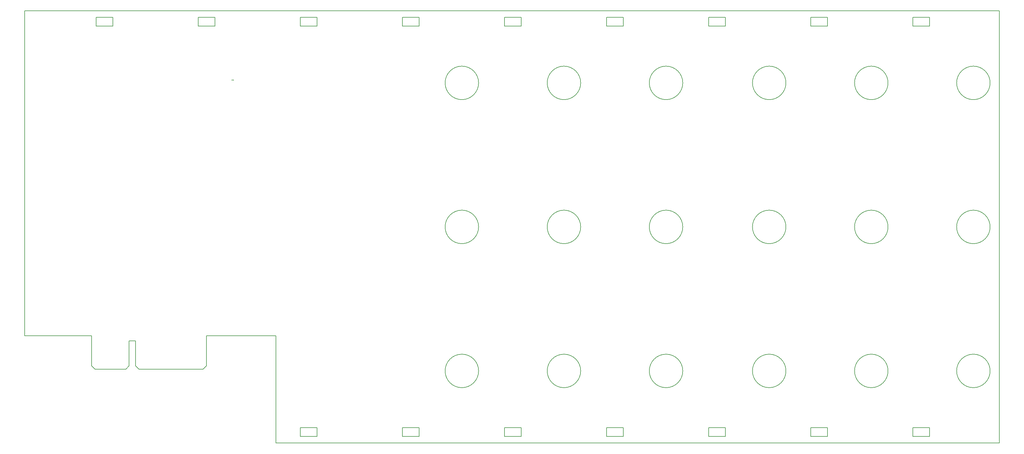
<source format=gbr>
G04 #@! TF.GenerationSoftware,KiCad,Pcbnew,6.0.7-f9a2dced07~116~ubuntu22.04.1*
G04 #@! TF.CreationDate,2023-04-06T14:06:26+01:00*
G04 #@! TF.ProjectId,hiltop_backplane_brd,68696c74-6f70-45f6-9261-636b706c616e,A*
G04 #@! TF.SameCoordinates,Original*
G04 #@! TF.FileFunction,Other,ECO1*
%FSLAX46Y46*%
G04 Gerber Fmt 4.6, Leading zero omitted, Abs format (unit mm)*
G04 Created by KiCad (PCBNEW 6.0.7-f9a2dced07~116~ubuntu22.04.1) date 2023-04-06 14:06:26*
%MOMM*%
%LPD*%
G01*
G04 APERTURE LIST*
G04 #@! TA.AperFunction,Profile*
%ADD10C,0.150000*%
G04 #@! TD*
%ADD11C,0.030000*%
G04 APERTURE END LIST*
D10*
X179840000Y-50700000D02*
G75*
G03*
X179840000Y-50700000I-5000000J0D01*
G01*
X210320000Y-50700000D02*
G75*
G03*
X210320000Y-50700000I-5000000J0D01*
G01*
X240800000Y-50700000D02*
G75*
G03*
X240800000Y-50700000I-5000000J0D01*
G01*
X210320000Y-93700000D02*
G75*
G03*
X210320000Y-93700000I-5000000J0D01*
G01*
X240800000Y-93700000D02*
G75*
G03*
X240800000Y-93700000I-5000000J0D01*
G01*
X179840000Y-136700000D02*
G75*
G03*
X179840000Y-136700000I-5000000J0D01*
G01*
X210320000Y-136700000D02*
G75*
G03*
X210320000Y-136700000I-5000000J0D01*
G01*
X240800000Y-136700000D02*
G75*
G03*
X240800000Y-136700000I-5000000J0D01*
G01*
X179840000Y-93700000D02*
G75*
G03*
X179840000Y-93700000I-5000000J0D01*
G01*
X248500000Y-31150000D02*
X248500000Y-33750000D01*
X284000000Y-33750000D02*
X284000000Y-31150000D01*
X271600000Y-136700000D02*
G75*
G03*
X271600000Y-136700000I-5000000J0D01*
G01*
X65300000Y-136200000D02*
X74500000Y-136200000D01*
X75500000Y-135200000D02*
X75500000Y-127700000D01*
X248500000Y-33750000D02*
X253500000Y-33750000D01*
X131600000Y-156250000D02*
X131600000Y-153650000D01*
X157100000Y-31150000D02*
X157100000Y-33750000D01*
X131600000Y-153650000D02*
X126600000Y-153650000D01*
X192550000Y-153650000D02*
X187550000Y-153650000D01*
X65650000Y-33750000D02*
X70650000Y-33750000D01*
X162100000Y-31150000D02*
X157100000Y-31150000D01*
X101150000Y-33750000D02*
X101150000Y-31150000D01*
X126600000Y-156250000D02*
X131600000Y-156250000D01*
X162100000Y-156250000D02*
X162100000Y-153650000D01*
X279000000Y-31150000D02*
X279000000Y-33750000D01*
X126600000Y-31150000D02*
X126600000Y-33750000D01*
X96150000Y-31150000D02*
X96150000Y-33750000D01*
X98600000Y-126200000D02*
X119300000Y-126200000D01*
X131600000Y-31150000D02*
X126600000Y-31150000D01*
X223050000Y-153650000D02*
X218050000Y-153650000D01*
X192550000Y-33750000D02*
X192550000Y-31150000D01*
X309450000Y-153650000D02*
X309450000Y-156250000D01*
X284000000Y-153650000D02*
X279000000Y-153650000D01*
X70650000Y-31150000D02*
X65650000Y-31150000D01*
X162100000Y-33750000D02*
X162100000Y-31150000D01*
X302080000Y-136700000D02*
G75*
G03*
X302080000Y-136700000I-5000000J0D01*
G01*
X309450000Y-156250000D02*
X314450000Y-156250000D01*
X284000000Y-156250000D02*
X284000000Y-153650000D01*
X248500000Y-156250000D02*
X253500000Y-156250000D01*
X157100000Y-156250000D02*
X162100000Y-156250000D01*
X248500000Y-153650000D02*
X248500000Y-156250000D01*
X218050000Y-156250000D02*
X223050000Y-156250000D01*
X218050000Y-31150000D02*
X218050000Y-33750000D01*
X162100000Y-153650000D02*
X157100000Y-153650000D01*
X332560000Y-93700000D02*
G75*
G03*
X332560000Y-93700000I-5000000J0D01*
G01*
X75500000Y-135200000D02*
X74500000Y-136200000D01*
X126600000Y-153650000D02*
X126600000Y-156250000D01*
X314450000Y-153650000D02*
X309450000Y-153650000D01*
X97600000Y-136200000D02*
X98600000Y-135200000D01*
X157100000Y-33750000D02*
X162100000Y-33750000D01*
X332560000Y-50700000D02*
G75*
G03*
X332560000Y-50700000I-5000000J0D01*
G01*
X70650000Y-33750000D02*
X70650000Y-31150000D01*
X223050000Y-156250000D02*
X223050000Y-153650000D01*
X271600000Y-50700000D02*
G75*
G03*
X271600000Y-50700000I-5000000J0D01*
G01*
X65650000Y-31150000D02*
X65650000Y-33750000D01*
X192550000Y-31150000D02*
X187550000Y-31150000D01*
X302080000Y-93700000D02*
G75*
G03*
X302080000Y-93700000I-5000000J0D01*
G01*
X187550000Y-153650000D02*
X187550000Y-156250000D01*
X44300000Y-29200000D02*
X335300000Y-29200000D01*
X131600000Y-33750000D02*
X131600000Y-31150000D01*
X96150000Y-33750000D02*
X101150000Y-33750000D01*
X187550000Y-33750000D02*
X192550000Y-33750000D01*
X64300000Y-135200000D02*
X64300000Y-126200000D01*
X314500000Y-31150000D02*
X309500000Y-31150000D01*
X218050000Y-153650000D02*
X218050000Y-156250000D01*
X271600000Y-93700000D02*
G75*
G03*
X271600000Y-93700000I-5000000J0D01*
G01*
X253500000Y-33750000D02*
X253500000Y-31150000D01*
X279000000Y-156250000D02*
X284000000Y-156250000D01*
X332560000Y-136700000D02*
G75*
G03*
X332560000Y-136700000I-5000000J0D01*
G01*
X77400000Y-135200000D02*
X78400000Y-136200000D01*
X119300000Y-136200000D02*
X119300000Y-158200000D01*
X309500000Y-31150000D02*
X309500000Y-33750000D01*
X44300000Y-126200000D02*
X44300000Y-29200000D01*
X218050000Y-33750000D02*
X223050000Y-33750000D01*
X314450000Y-156250000D02*
X314450000Y-153650000D01*
X284000000Y-31150000D02*
X279000000Y-31150000D01*
X119300000Y-126200000D02*
X119300000Y-136200000D01*
X78400000Y-136200000D02*
X97600000Y-136200000D01*
X279000000Y-153650000D02*
X279000000Y-156250000D01*
X279000000Y-33750000D02*
X284000000Y-33750000D01*
X253500000Y-153650000D02*
X248500000Y-153650000D01*
X64300000Y-135200000D02*
X65300000Y-136200000D01*
X187550000Y-156250000D02*
X192550000Y-156250000D01*
X75500000Y-127700000D02*
X77400000Y-127700000D01*
X101150000Y-31150000D02*
X96150000Y-31150000D01*
X192550000Y-156250000D02*
X192550000Y-153650000D01*
X253500000Y-31150000D02*
X248500000Y-31150000D01*
X126600000Y-33750000D02*
X131600000Y-33750000D01*
X98600000Y-135200000D02*
X98600000Y-127700000D01*
X335300000Y-29200000D02*
X335300000Y-158200000D01*
X187550000Y-31150000D02*
X187550000Y-33750000D01*
X302080000Y-50700000D02*
G75*
G03*
X302080000Y-50700000I-5000000J0D01*
G01*
X157100000Y-153650000D02*
X157100000Y-156250000D01*
X223050000Y-31150000D02*
X218050000Y-31150000D01*
X98600000Y-127700000D02*
X98600000Y-126200000D01*
X335300000Y-158200000D02*
X119300000Y-158200000D01*
X309500000Y-33750000D02*
X314500000Y-33750000D01*
X253500000Y-156250000D02*
X253500000Y-153650000D01*
X77400000Y-127700000D02*
X77400000Y-135200000D01*
X314500000Y-33750000D02*
X314500000Y-31150000D01*
X64300000Y-126200000D02*
X44300000Y-126200000D01*
X223050000Y-33750000D02*
X223050000Y-31150000D01*
D11*
X106157142Y-49635714D02*
X106157142Y-49850000D01*
X106142857Y-49892857D01*
X106114285Y-49921428D01*
X106071428Y-49935714D01*
X106042857Y-49935714D01*
X106457142Y-49935714D02*
X106285714Y-49935714D01*
X106371428Y-49935714D02*
X106371428Y-49635714D01*
X106342857Y-49678571D01*
X106314285Y-49707142D01*
X106285714Y-49721428D01*
X106742857Y-49935714D02*
X106571428Y-49935714D01*
X106657142Y-49935714D02*
X106657142Y-49635714D01*
X106628571Y-49678571D01*
X106600000Y-49707142D01*
X106571428Y-49721428D01*
M02*

</source>
